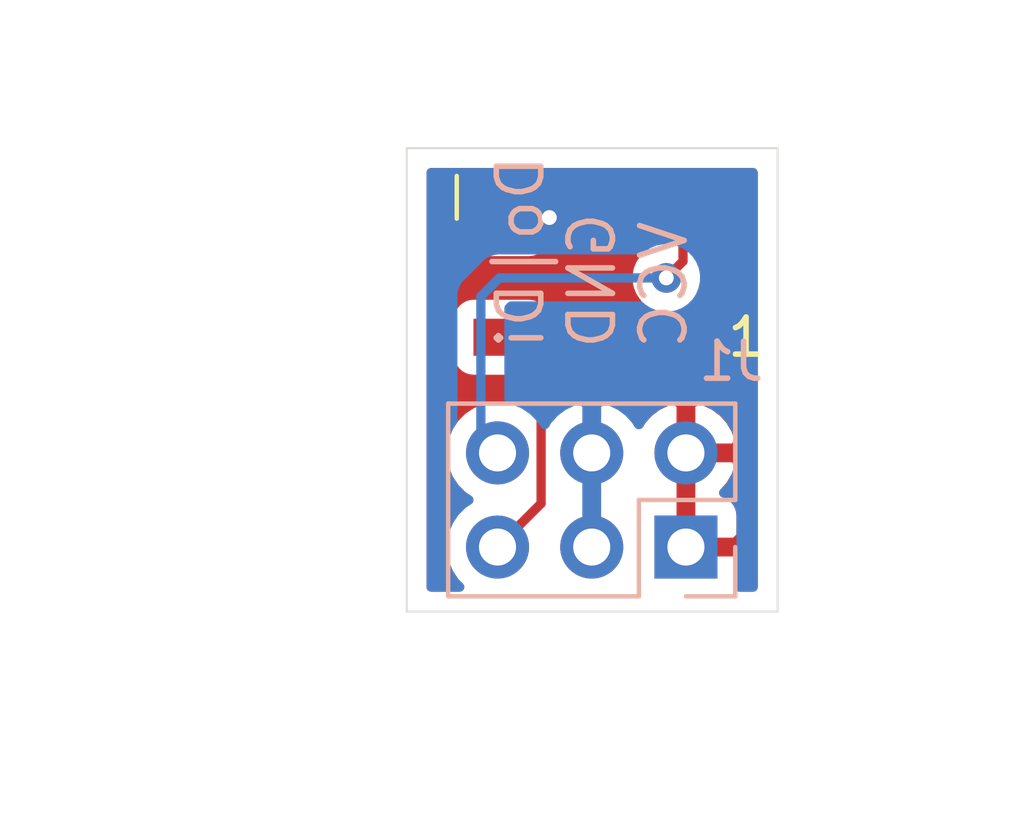
<source format=kicad_pcb>
(kicad_pcb (version 20171130) (host pcbnew 5.1.10-88a1d61d58~90~ubuntu21.04.1)

  (general
    (thickness 1.6)
    (drawings 24)
    (tracks 14)
    (zones 0)
    (modules 2)
    (nets 5)
  )

  (page A4)
  (layers
    (0 F.Cu signal)
    (31 B.Cu signal)
    (32 B.Adhes user hide)
    (33 F.Adhes user hide)
    (34 B.Paste user hide)
    (35 F.Paste user hide)
    (36 B.SilkS user hide)
    (37 F.SilkS user)
    (38 B.Mask user hide)
    (39 F.Mask user hide)
    (40 Dwgs.User user)
    (41 Cmts.User user hide)
    (42 Eco1.User user hide)
    (43 Eco2.User user hide)
    (44 Edge.Cuts user)
    (45 Margin user hide)
    (46 B.CrtYd user)
    (47 F.CrtYd user hide)
    (48 B.Fab user)
    (49 F.Fab user hide)
  )

  (setup
    (last_trace_width 0.25)
    (trace_clearance 0.2)
    (zone_clearance 0.508)
    (zone_45_only no)
    (trace_min 0.2)
    (via_size 0.8)
    (via_drill 0.4)
    (via_min_size 0.4)
    (via_min_drill 0.3)
    (uvia_size 0.3)
    (uvia_drill 0.1)
    (uvias_allowed no)
    (uvia_min_size 0.2)
    (uvia_min_drill 0.1)
    (edge_width 0.05)
    (segment_width 0.2)
    (pcb_text_width 0.3)
    (pcb_text_size 1.5 1.5)
    (mod_edge_width 0.12)
    (mod_text_size 1 1)
    (mod_text_width 0.15)
    (pad_size 1.524 1.524)
    (pad_drill 0.762)
    (pad_to_mask_clearance 0)
    (aux_axis_origin 0 0)
    (visible_elements FFFFFF7F)
    (pcbplotparams
      (layerselection 0x010fc_ffffffff)
      (usegerberextensions false)
      (usegerberattributes true)
      (usegerberadvancedattributes true)
      (creategerberjobfile true)
      (excludeedgelayer true)
      (linewidth 0.100000)
      (plotframeref false)
      (viasonmask false)
      (mode 1)
      (useauxorigin false)
      (hpglpennumber 1)
      (hpglpenspeed 20)
      (hpglpendiameter 15.000000)
      (psnegative false)
      (psa4output false)
      (plotreference true)
      (plotvalue true)
      (plotinvisibletext false)
      (padsonsilk false)
      (subtractmaskfromsilk false)
      (outputformat 1)
      (mirror false)
      (drillshape 1)
      (scaleselection 1)
      (outputdirectory ""))
  )

  (net 0 "")
  (net 1 VCC)
  (net 2 /Din)
  (net 3 GND)
  (net 4 /Dout)

  (net_class Default "This is the default net class."
    (clearance 0.2)
    (trace_width 0.25)
    (via_dia 0.8)
    (via_drill 0.4)
    (uvia_dia 0.3)
    (uvia_drill 0.1)
    (add_net /Din)
    (add_net /Dout)
    (add_net GND)
    (add_net VCC)
  )

  (module IndicatorLeds:LED_WS2812B_PLCC4_5.0x5.0mm_P3.2mm (layer F.Cu) (tedit 6156C278) (tstamp 6156C27C)
    (at 103 113 180)
    (descr https://cdn-shop.adafruit.com/datasheets/WS2812B.pdf)
    (tags "LED RGB NeoPixel")
    (path /6156BDB1)
    (attr smd)
    (fp_text reference D1 (at 0 -3.5) (layer F.SilkS) hide
      (effects (font (size 1 1) (thickness 0.15)))
    )
    (fp_text value WS2812B (at 0 4) (layer F.Fab)
      (effects (font (size 1 1) (thickness 0.15)))
    )
    (fp_circle (center 0 0) (end 0 -2) (layer F.Fab) (width 0.1))
    (fp_line (start 3.65 2.75) (end 3.65 1.6) (layer F.SilkS) (width 0.12))
    (fp_line (start 2.5 -2.5) (end -2.5 -2.5) (layer F.Fab) (width 0.1))
    (fp_line (start 2.5 2.5) (end 2.5 -2.5) (layer F.Fab) (width 0.1))
    (fp_line (start -2.5 2.5) (end 2.5 2.5) (layer F.Fab) (width 0.1))
    (fp_line (start -2.5 -2.5) (end -2.5 2.5) (layer F.Fab) (width 0.1))
    (fp_line (start 2.5 1.5) (end 1.5 2.5) (layer F.Fab) (width 0.1))
    (fp_line (start -3.45 -2.5) (end -3.45 2.5) (layer F.CrtYd) (width 0.05))
    (fp_line (start -3.45 2.5) (end 3.45 2.5) (layer F.CrtYd) (width 0.05))
    (fp_line (start 3.45 2.5) (end 3.45 -2.5) (layer F.CrtYd) (width 0.05))
    (fp_line (start 3.45 -2.5) (end -3.45 -2.5) (layer F.CrtYd) (width 0.05))
    (fp_text user 1 (at -4.15 -1.6) (layer F.SilkS)
      (effects (font (size 1 1) (thickness 0.15)))
    )
    (fp_text user %R (at 0 0) (layer F.Fab)
      (effects (font (size 0.8 0.8) (thickness 0.15)))
    )
    (pad 3 smd rect (at 2.45 1.6 180) (size 1.5 1) (layers F.Cu F.Paste F.Mask)
      (net 3 GND))
    (pad 4 smd rect (at 2.45 -1.6 180) (size 1.5 1) (layers F.Cu F.Paste F.Mask)
      (net 2 /Din))
    (pad 2 smd rect (at -2.45 1.6 180) (size 1.5 1) (layers F.Cu F.Paste F.Mask)
      (net 4 /Dout))
    (pad 1 smd rect (at -2.45 -1.6 180) (size 1.5 1) (layers F.Cu F.Paste F.Mask)
      (net 1 VCC))
    (model ${KISYS3DMOD}/LED_SMD.3dshapes/LED_WS2812B_PLCC4_5.0x5.0mm_P3.2mm.wrl
      (at (xyz 0 0 0))
      (scale (xyz 1 1 1))
      (rotate (xyz 0 0 0))
    )
  )

  (module Connector_PinHeader_2.54mm:PinHeader_2x03_P2.54mm_Vertical (layer B.Cu) (tedit 59FED5CC) (tstamp 6156BFD5)
    (at 105.529 120.261 90)
    (descr "Through hole straight pin header, 2x03, 2.54mm pitch, double rows")
    (tags "Through hole pin header THT 2x03 2.54mm double row")
    (path /6156FBD1)
    (fp_text reference J1 (at 5.011 1.221 180) (layer B.SilkS)
      (effects (font (size 1 1) (thickness 0.15)) (justify mirror))
    )
    (fp_text value Conn_02x03_Odd_Even (at 1.27 -7.41 90) (layer B.Fab)
      (effects (font (size 1 1) (thickness 0.15)) (justify mirror))
    )
    (fp_line (start 0 1.27) (end 3.81 1.27) (layer B.Fab) (width 0.1))
    (fp_line (start 3.81 1.27) (end 3.81 -6.35) (layer B.Fab) (width 0.1))
    (fp_line (start 3.81 -6.35) (end -1.27 -6.35) (layer B.Fab) (width 0.1))
    (fp_line (start -1.27 -6.35) (end -1.27 0) (layer B.Fab) (width 0.1))
    (fp_line (start -1.27 0) (end 0 1.27) (layer B.Fab) (width 0.1))
    (fp_line (start -1.33 -6.41) (end 3.87 -6.41) (layer B.SilkS) (width 0.12))
    (fp_line (start -1.33 -1.27) (end -1.33 -6.41) (layer B.SilkS) (width 0.12))
    (fp_line (start 3.87 1.33) (end 3.87 -6.41) (layer B.SilkS) (width 0.12))
    (fp_line (start -1.33 -1.27) (end 1.27 -1.27) (layer B.SilkS) (width 0.12))
    (fp_line (start 1.27 -1.27) (end 1.27 1.33) (layer B.SilkS) (width 0.12))
    (fp_line (start 1.27 1.33) (end 3.87 1.33) (layer B.SilkS) (width 0.12))
    (fp_line (start -1.33 0) (end -1.33 1.33) (layer B.SilkS) (width 0.12))
    (fp_line (start -1.33 1.33) (end 0 1.33) (layer B.SilkS) (width 0.12))
    (fp_line (start -1.8 1.8) (end -1.8 -6.85) (layer B.CrtYd) (width 0.05))
    (fp_line (start -1.8 -6.85) (end 4.35 -6.85) (layer B.CrtYd) (width 0.05))
    (fp_line (start 4.35 -6.85) (end 4.35 1.8) (layer B.CrtYd) (width 0.05))
    (fp_line (start 4.35 1.8) (end -1.8 1.8) (layer B.CrtYd) (width 0.05))
    (fp_text user %R (at 1.27 -2.54 180) (layer B.Fab)
      (effects (font (size 1 1) (thickness 0.15)) (justify mirror))
    )
    (pad 6 thru_hole oval (at 2.54 -5.08 90) (size 1.7 1.7) (drill 1) (layers *.Cu *.Mask)
      (net 4 /Dout))
    (pad 5 thru_hole oval (at 0 -5.08 90) (size 1.7 1.7) (drill 1) (layers *.Cu *.Mask)
      (net 2 /Din))
    (pad 4 thru_hole oval (at 2.54 -2.54 90) (size 1.7 1.7) (drill 1) (layers *.Cu *.Mask)
      (net 3 GND))
    (pad 3 thru_hole oval (at 0 -2.54 90) (size 1.7 1.7) (drill 1) (layers *.Cu *.Mask)
      (net 3 GND))
    (pad 2 thru_hole oval (at 2.54 0 90) (size 1.7 1.7) (drill 1) (layers *.Cu *.Mask)
      (net 1 VCC))
    (pad 1 thru_hole rect (at 0 0 90) (size 1.7 1.7) (drill 1) (layers *.Cu *.Mask)
      (net 1 VCC))
    (model ${KISYS3DMOD}/Connector_PinHeader_2.54mm.3dshapes/PinHeader_2x03_P2.54mm_Vertical.wrl
      (at (xyz 0 0 0))
      (scale (xyz 1 1 1))
      (rotate (xyz 0 0 0))
    )
  )

  (gr_line (start 100 113) (end 100 103) (layer Eco2.User) (width 0.15) (tstamp 6164225B))
  (gr_line (start 106 103) (end 106 113) (layer Eco2.User) (width 0.15) (tstamp 61642258))
  (gr_arc (start 103 113) (end 100 113) (angle -180) (layer Eco2.User) (width 0.15))
  (gr_arc (start 103 103) (end 106 103) (angle -180) (layer Eco2.User) (width 0.15))
  (dimension 5 (width 0.15) (layer Dwgs.User)
    (gr_text "5,000 mm" (at 100.5 127.3) (layer Dwgs.User)
      (effects (font (size 1 1) (thickness 0.15)))
    )
    (feature1 (pts (xy 98 122) (xy 98 126.586421)))
    (feature2 (pts (xy 103 122) (xy 103 126.586421)))
    (crossbar (pts (xy 103 126) (xy 98 126)))
    (arrow1a (pts (xy 98 126) (xy 99.126504 125.413579)))
    (arrow1b (pts (xy 98 126) (xy 99.126504 126.586421)))
    (arrow2a (pts (xy 103 126) (xy 101.873496 125.413579)))
    (arrow2b (pts (xy 103 126) (xy 101.873496 126.586421)))
  )
  (dimension 9 (width 0.15) (layer Dwgs.User)
    (gr_text "9,000 mm" (at 90.7 117.5 270) (layer Dwgs.User)
      (effects (font (size 1 1) (thickness 0.15)))
    )
    (feature1 (pts (xy 98 122) (xy 91.413579 122)))
    (feature2 (pts (xy 98 113) (xy 91.413579 113)))
    (crossbar (pts (xy 92 113) (xy 92 122)))
    (arrow1a (pts (xy 92 122) (xy 91.413579 120.873496)))
    (arrow1b (pts (xy 92 122) (xy 92.586421 120.873496)))
    (arrow2a (pts (xy 92 113) (xy 91.413579 114.126504)))
    (arrow2b (pts (xy 92 113) (xy 92.586421 114.126504)))
  )
  (dimension 12.5 (width 0.15) (layer Dwgs.User)
    (gr_text "12,500 mm" (at 113.3 115.75 270) (layer Dwgs.User)
      (effects (font (size 1 1) (thickness 0.15)))
    )
    (feature1 (pts (xy 108 122) (xy 112.586421 122)))
    (feature2 (pts (xy 108 109.5) (xy 112.586421 109.5)))
    (crossbar (pts (xy 112 109.5) (xy 112 122)))
    (arrow1a (pts (xy 112 122) (xy 111.413579 120.873496)))
    (arrow1b (pts (xy 112 122) (xy 112.586421 120.873496)))
    (arrow2a (pts (xy 112 109.5) (xy 111.413579 110.626504)))
    (arrow2b (pts (xy 112 109.5) (xy 112.586421 110.626504)))
  )
  (dimension 10 (width 0.15) (layer Dwgs.User)
    (gr_text "10,000 mm" (at 103 106.2) (layer Dwgs.User)
      (effects (font (size 1 1) (thickness 0.15)))
    )
    (feature1 (pts (xy 108 109.5) (xy 108 106.913579)))
    (feature2 (pts (xy 98 109.5) (xy 98 106.913579)))
    (crossbar (pts (xy 98 107.5) (xy 108 107.5)))
    (arrow1a (pts (xy 108 107.5) (xy 106.873496 108.086421)))
    (arrow1b (pts (xy 108 107.5) (xy 106.873496 106.913579)))
    (arrow2a (pts (xy 98 107.5) (xy 99.126504 108.086421)))
    (arrow2b (pts (xy 98 107.5) (xy 99.126504 106.913579)))
  )
  (gr_text "Do|Di\nGND\nVCC" (at 103 115 90) (layer B.SilkS)
    (effects (font (size 1.2 1.2) (thickness 0.15)) (justify right mirror))
  )
  (gr_line (start 98 122) (end 108 122) (layer Edge.Cuts) (width 0.05) (tstamp 6156C44F))
  (gr_line (start 98 109.5) (end 98 122) (layer Edge.Cuts) (width 0.05))
  (gr_line (start 108 109.5) (end 98 109.5) (layer Edge.Cuts) (width 0.05))
  (gr_line (start 108 122) (end 108 109.5) (layer Edge.Cuts) (width 0.05))
  (gr_circle (center 103 113) (end 104.5 113) (layer Dwgs.User) (width 0.15))
  (gr_line (start 100.5 113) (end 105.5 113) (layer Eco1.User) (width 0.15))
  (gr_line (start 105.5 108) (end 100.5 108) (layer Eco1.User) (width 0.15))
  (gr_line (start 105.5 103) (end 100.5 103) (layer Eco1.User) (width 0.15))
  (gr_line (start 100.5 105.5) (end 105.5 105.5) (layer Eco1.User) (width 0.15))
  (gr_line (start 105.5 110.5) (end 100.5 110.5) (layer Eco1.User) (width 0.15))
  (gr_line (start 103 100.5) (end 103 115.5) (layer Eco1.User) (width 0.15))
  (gr_line (start 100.5 115.5) (end 100.5 100.5) (layer Eco1.User) (width 0.15) (tstamp 6156BB0A))
  (gr_line (start 105.5 115.5) (end 100.5 115.5) (layer Eco1.User) (width 0.15))
  (gr_line (start 105.5 100.5) (end 105.5 115.5) (layer Eco1.User) (width 0.15))
  (gr_line (start 100.5 100.5) (end 105.5 100.5) (layer Eco1.User) (width 0.15))

  (segment (start 100.55 114.6) (end 101.1 114.6) (width 0.25) (layer F.Cu) (net 2))
  (segment (start 101.624001 119.085999) (end 100.449 120.261) (width 0.25) (layer F.Cu) (net 2))
  (segment (start 101.624001 115.124001) (end 101.624001 119.085999) (width 0.25) (layer F.Cu) (net 2))
  (segment (start 101.1 114.6) (end 101.624001 115.124001) (width 0.25) (layer F.Cu) (net 2))
  (via (at 101.846 111.371) (size 0.8) (drill 0.4) (layers F.Cu B.Cu) (net 3))
  (segment (start 101.817 111.4) (end 101.846 111.371) (width 0.25) (layer F.Cu) (net 3))
  (segment (start 100.55 111.4) (end 101.817 111.4) (width 0.25) (layer F.Cu) (net 3))
  (segment (start 100.449 117.721) (end 100 117.272) (width 0.25) (layer B.Cu) (net 4))
  (via (at 105 113) (size 0.8) (drill 0.4) (layers F.Cu B.Cu) (net 4))
  (segment (start 105.45 112.55) (end 105 113) (width 0.25) (layer F.Cu) (net 4))
  (segment (start 105.45 111.4) (end 105.45 112.55) (width 0.25) (layer F.Cu) (net 4))
  (segment (start 100.5 113) (end 100 113.5) (width 0.25) (layer B.Cu) (net 4))
  (segment (start 105 113) (end 100.5 113) (width 0.25) (layer B.Cu) (net 4))
  (segment (start 100 117.272) (end 100 113.5) (width 0.25) (layer B.Cu) (net 4))

  (zone (net 1) (net_name VCC) (layer F.Cu) (tstamp 61572504) (hatch edge 0.508)
    (connect_pads (clearance 0.508))
    (min_thickness 0.254)
    (fill yes (arc_segments 32) (thermal_gap 0.508) (thermal_bridge_width 0.508))
    (polygon
      (pts
        (xy 108 122) (xy 98 122) (xy 98 109.5) (xy 108 109.5)
      )
    )
    (filled_polygon
      (pts
        (xy 107.34 121.34) (xy 106.973107 121.34) (xy 107.004812 121.235482) (xy 107.017072 121.111) (xy 107.014 120.54675)
        (xy 106.85525 120.388) (xy 105.656 120.388) (xy 105.656 120.408) (xy 105.402 120.408) (xy 105.402 120.388)
        (xy 105.382 120.388) (xy 105.382 120.134) (xy 105.402 120.134) (xy 105.402 117.848) (xy 105.656 117.848)
        (xy 105.656 120.134) (xy 106.85525 120.134) (xy 107.014 119.97525) (xy 107.017072 119.411) (xy 107.004812 119.286518)
        (xy 106.968502 119.16682) (xy 106.909537 119.056506) (xy 106.830185 118.959815) (xy 106.733494 118.880463) (xy 106.62318 118.821498)
        (xy 106.547374 118.798502) (xy 106.724178 118.602355) (xy 106.873157 118.352252) (xy 106.970481 118.077891) (xy 106.849814 117.848)
        (xy 105.656 117.848) (xy 105.402 117.848) (xy 105.382 117.848) (xy 105.382 117.594) (xy 105.402 117.594)
        (xy 105.402 116.400845) (xy 105.656 116.400845) (xy 105.656 117.594) (xy 106.849814 117.594) (xy 106.970481 117.364109)
        (xy 106.873157 117.089748) (xy 106.724178 116.839645) (xy 106.529269 116.623412) (xy 106.29592 116.449359) (xy 106.033099 116.324175)
        (xy 105.88589 116.279524) (xy 105.656 116.400845) (xy 105.402 116.400845) (xy 105.17211 116.279524) (xy 105.024901 116.324175)
        (xy 104.76208 116.449359) (xy 104.528731 116.623412) (xy 104.333822 116.839645) (xy 104.264195 116.956534) (xy 104.142475 116.774368)
        (xy 103.935632 116.567525) (xy 103.692411 116.40501) (xy 103.422158 116.293068) (xy 103.13526 116.236) (xy 102.84274 116.236)
        (xy 102.555842 116.293068) (xy 102.384001 116.364247) (xy 102.384001 115.161323) (xy 102.387677 115.124) (xy 102.385314 115.1)
        (xy 104.061928 115.1) (xy 104.074188 115.224482) (xy 104.110498 115.34418) (xy 104.169463 115.454494) (xy 104.248815 115.551185)
        (xy 104.345506 115.630537) (xy 104.45582 115.689502) (xy 104.575518 115.725812) (xy 104.7 115.738072) (xy 105.16425 115.735)
        (xy 105.323 115.57625) (xy 105.323 114.727) (xy 105.577 114.727) (xy 105.577 115.57625) (xy 105.73575 115.735)
        (xy 106.2 115.738072) (xy 106.324482 115.725812) (xy 106.44418 115.689502) (xy 106.554494 115.630537) (xy 106.651185 115.551185)
        (xy 106.730537 115.454494) (xy 106.789502 115.34418) (xy 106.825812 115.224482) (xy 106.838072 115.1) (xy 106.835 114.88575)
        (xy 106.67625 114.727) (xy 105.577 114.727) (xy 105.323 114.727) (xy 104.22375 114.727) (xy 104.065 114.88575)
        (xy 104.061928 115.1) (xy 102.385314 115.1) (xy 102.384001 115.086677) (xy 102.384001 115.086668) (xy 102.373004 114.975015)
        (xy 102.329547 114.831754) (xy 102.258975 114.699725) (xy 102.164002 114.584) (xy 102.135004 114.560203) (xy 101.938072 114.36327)
        (xy 101.938072 114.1) (xy 101.925812 113.975518) (xy 101.889502 113.85582) (xy 101.830537 113.745506) (xy 101.751185 113.648815)
        (xy 101.654494 113.569463) (xy 101.54418 113.510498) (xy 101.424482 113.474188) (xy 101.3 113.461928) (xy 99.8 113.461928)
        (xy 99.675518 113.474188) (xy 99.55582 113.510498) (xy 99.445506 113.569463) (xy 99.348815 113.648815) (xy 99.269463 113.745506)
        (xy 99.210498 113.85582) (xy 99.174188 113.975518) (xy 99.161928 114.1) (xy 99.161928 115.1) (xy 99.174188 115.224482)
        (xy 99.210498 115.34418) (xy 99.269463 115.454494) (xy 99.348815 115.551185) (xy 99.445506 115.630537) (xy 99.55582 115.689502)
        (xy 99.675518 115.725812) (xy 99.8 115.738072) (xy 100.864001 115.738072) (xy 100.864001 116.289456) (xy 100.59526 116.236)
        (xy 100.30274 116.236) (xy 100.015842 116.293068) (xy 99.745589 116.40501) (xy 99.502368 116.567525) (xy 99.295525 116.774368)
        (xy 99.13301 117.017589) (xy 99.021068 117.287842) (xy 98.964 117.57474) (xy 98.964 117.86726) (xy 99.021068 118.154158)
        (xy 99.13301 118.424411) (xy 99.295525 118.667632) (xy 99.502368 118.874475) (xy 99.67676 118.991) (xy 99.502368 119.107525)
        (xy 99.295525 119.314368) (xy 99.13301 119.557589) (xy 99.021068 119.827842) (xy 98.964 120.11474) (xy 98.964 120.40726)
        (xy 99.021068 120.694158) (xy 99.13301 120.964411) (xy 99.295525 121.207632) (xy 99.427893 121.34) (xy 98.66 121.34)
        (xy 98.66 112.898061) (xy 103.965 112.898061) (xy 103.965 113.101939) (xy 104.004774 113.301898) (xy 104.082795 113.490256)
        (xy 104.196063 113.659774) (xy 104.220097 113.683808) (xy 104.169463 113.745506) (xy 104.110498 113.85582) (xy 104.074188 113.975518)
        (xy 104.061928 114.1) (xy 104.065 114.31425) (xy 104.22375 114.473) (xy 105.323 114.473) (xy 105.323 114.453)
        (xy 105.577 114.453) (xy 105.577 114.473) (xy 106.67625 114.473) (xy 106.835 114.31425) (xy 106.838072 114.1)
        (xy 106.825812 113.975518) (xy 106.789502 113.85582) (xy 106.730537 113.745506) (xy 106.651185 113.648815) (xy 106.554494 113.569463)
        (xy 106.44418 113.510498) (xy 106.324482 113.474188) (xy 106.2 113.461928) (xy 105.928194 113.463727) (xy 105.995226 113.301898)
        (xy 106.035 113.101939) (xy 106.035 113.03517) (xy 106.063863 113) (xy 106.084974 112.974277) (xy 106.155546 112.842247)
        (xy 106.196343 112.707754) (xy 106.199003 112.698986) (xy 106.21 112.587333) (xy 106.21 112.587324) (xy 106.213676 112.550001)
        (xy 106.212381 112.536853) (xy 106.324482 112.525812) (xy 106.44418 112.489502) (xy 106.554494 112.430537) (xy 106.651185 112.351185)
        (xy 106.730537 112.254494) (xy 106.789502 112.14418) (xy 106.825812 112.024482) (xy 106.838072 111.9) (xy 106.838072 110.9)
        (xy 106.825812 110.775518) (xy 106.789502 110.65582) (xy 106.730537 110.545506) (xy 106.651185 110.448815) (xy 106.554494 110.369463)
        (xy 106.44418 110.310498) (xy 106.324482 110.274188) (xy 106.2 110.261928) (xy 104.7 110.261928) (xy 104.575518 110.274188)
        (xy 104.45582 110.310498) (xy 104.345506 110.369463) (xy 104.248815 110.448815) (xy 104.169463 110.545506) (xy 104.110498 110.65582)
        (xy 104.074188 110.775518) (xy 104.061928 110.9) (xy 104.061928 111.9) (xy 104.074188 112.024482) (xy 104.110498 112.14418)
        (xy 104.169463 112.254494) (xy 104.220097 112.316192) (xy 104.196063 112.340226) (xy 104.082795 112.509744) (xy 104.004774 112.698102)
        (xy 103.965 112.898061) (xy 98.66 112.898061) (xy 98.66 110.9) (xy 99.161928 110.9) (xy 99.161928 111.9)
        (xy 99.174188 112.024482) (xy 99.210498 112.14418) (xy 99.269463 112.254494) (xy 99.348815 112.351185) (xy 99.445506 112.430537)
        (xy 99.55582 112.489502) (xy 99.675518 112.525812) (xy 99.8 112.538072) (xy 101.3 112.538072) (xy 101.424482 112.525812)
        (xy 101.54418 112.489502) (xy 101.654494 112.430537) (xy 101.696033 112.396447) (xy 101.744061 112.406) (xy 101.947939 112.406)
        (xy 102.147898 112.366226) (xy 102.336256 112.288205) (xy 102.505774 112.174937) (xy 102.649937 112.030774) (xy 102.763205 111.861256)
        (xy 102.841226 111.672898) (xy 102.881 111.472939) (xy 102.881 111.269061) (xy 102.841226 111.069102) (xy 102.763205 110.880744)
        (xy 102.649937 110.711226) (xy 102.505774 110.567063) (xy 102.336256 110.453795) (xy 102.147898 110.375774) (xy 101.947939 110.336)
        (xy 101.744061 110.336) (xy 101.63316 110.358059) (xy 101.54418 110.310498) (xy 101.424482 110.274188) (xy 101.3 110.261928)
        (xy 99.8 110.261928) (xy 99.675518 110.274188) (xy 99.55582 110.310498) (xy 99.445506 110.369463) (xy 99.348815 110.448815)
        (xy 99.269463 110.545506) (xy 99.210498 110.65582) (xy 99.174188 110.775518) (xy 99.161928 110.9) (xy 98.66 110.9)
        (xy 98.66 110.16) (xy 107.340001 110.16)
      )
    )
  )
  (zone (net 3) (net_name GND) (layer B.Cu) (tstamp 61572501) (hatch edge 0.508)
    (connect_pads (clearance 0.508))
    (min_thickness 0.254)
    (fill yes (arc_segments 32) (thermal_gap 0.508) (thermal_bridge_width 0.508))
    (polygon
      (pts
        (xy 108 122) (xy 98 122) (xy 98 109.5) (xy 108 109.5)
      )
    )
    (filled_polygon
      (pts
        (xy 107.34 121.34) (xy 106.973107 121.34) (xy 107.004812 121.235482) (xy 107.017072 121.111) (xy 107.017072 119.411)
        (xy 107.004812 119.286518) (xy 106.968502 119.16682) (xy 106.909537 119.056506) (xy 106.830185 118.959815) (xy 106.733494 118.880463)
        (xy 106.62318 118.821498) (xy 106.55062 118.799487) (xy 106.682475 118.667632) (xy 106.84499 118.424411) (xy 106.956932 118.154158)
        (xy 107.014 117.86726) (xy 107.014 117.57474) (xy 106.956932 117.287842) (xy 106.84499 117.017589) (xy 106.682475 116.774368)
        (xy 106.475632 116.567525) (xy 106.232411 116.40501) (xy 105.962158 116.293068) (xy 105.67526 116.236) (xy 105.38274 116.236)
        (xy 105.095842 116.293068) (xy 104.825589 116.40501) (xy 104.582368 116.567525) (xy 104.375525 116.774368) (xy 104.253805 116.956534)
        (xy 104.184178 116.839645) (xy 103.989269 116.623412) (xy 103.75592 116.449359) (xy 103.493099 116.324175) (xy 103.34589 116.279524)
        (xy 103.116 116.400845) (xy 103.116 117.594) (xy 103.136 117.594) (xy 103.136 117.848) (xy 103.116 117.848)
        (xy 103.116 120.134) (xy 103.136 120.134) (xy 103.136 120.388) (xy 103.116 120.388) (xy 103.116 120.408)
        (xy 102.862 120.408) (xy 102.862 120.388) (xy 102.842 120.388) (xy 102.842 120.134) (xy 102.862 120.134)
        (xy 102.862 117.848) (xy 102.842 117.848) (xy 102.842 117.594) (xy 102.862 117.594) (xy 102.862 116.400845)
        (xy 102.63211 116.279524) (xy 102.484901 116.324175) (xy 102.22208 116.449359) (xy 101.988731 116.623412) (xy 101.793822 116.839645)
        (xy 101.724195 116.956534) (xy 101.602475 116.774368) (xy 101.395632 116.567525) (xy 101.152411 116.40501) (xy 100.882158 116.293068)
        (xy 100.76 116.268769) (xy 100.76 113.814801) (xy 100.814801 113.76) (xy 104.296289 113.76) (xy 104.340226 113.803937)
        (xy 104.509744 113.917205) (xy 104.698102 113.995226) (xy 104.898061 114.035) (xy 105.101939 114.035) (xy 105.301898 113.995226)
        (xy 105.490256 113.917205) (xy 105.659774 113.803937) (xy 105.803937 113.659774) (xy 105.917205 113.490256) (xy 105.995226 113.301898)
        (xy 106.035 113.101939) (xy 106.035 112.898061) (xy 105.995226 112.698102) (xy 105.917205 112.509744) (xy 105.803937 112.340226)
        (xy 105.659774 112.196063) (xy 105.490256 112.082795) (xy 105.301898 112.004774) (xy 105.101939 111.965) (xy 104.898061 111.965)
        (xy 104.698102 112.004774) (xy 104.509744 112.082795) (xy 104.340226 112.196063) (xy 104.296289 112.24) (xy 100.537325 112.24)
        (xy 100.5 112.236324) (xy 100.462675 112.24) (xy 100.462667 112.24) (xy 100.351014 112.250997) (xy 100.207753 112.294454)
        (xy 100.075724 112.365026) (xy 99.959999 112.459999) (xy 99.936196 112.489003) (xy 99.488998 112.936201) (xy 99.46 112.959999)
        (xy 99.436202 112.988997) (xy 99.436201 112.988998) (xy 99.365026 113.075724) (xy 99.294454 113.207754) (xy 99.250998 113.351015)
        (xy 99.236324 113.5) (xy 99.240001 113.537332) (xy 99.24 116.857467) (xy 99.13301 117.017589) (xy 99.021068 117.287842)
        (xy 98.964 117.57474) (xy 98.964 117.86726) (xy 99.021068 118.154158) (xy 99.13301 118.424411) (xy 99.295525 118.667632)
        (xy 99.502368 118.874475) (xy 99.67676 118.991) (xy 99.502368 119.107525) (xy 99.295525 119.314368) (xy 99.13301 119.557589)
        (xy 99.021068 119.827842) (xy 98.964 120.11474) (xy 98.964 120.40726) (xy 99.021068 120.694158) (xy 99.13301 120.964411)
        (xy 99.295525 121.207632) (xy 99.427893 121.34) (xy 98.66 121.34) (xy 98.66 110.16) (xy 107.340001 110.16)
      )
    )
  )
)

</source>
